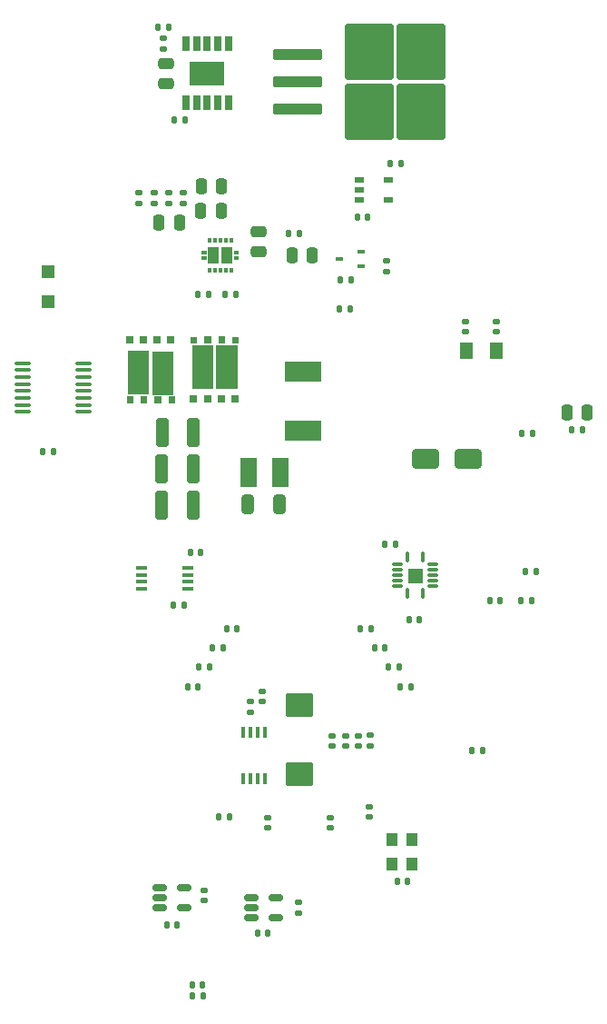
<source format=gbr>
%TF.GenerationSoftware,KiCad,Pcbnew,8.0.8*%
%TF.CreationDate,2025-02-04T21:02:44+01:00*%
%TF.ProjectId,makeraxe-lite,6d616b65-7261-4786-952d-6c6974652e6b,rev?*%
%TF.SameCoordinates,Original*%
%TF.FileFunction,Paste,Top*%
%TF.FilePolarity,Positive*%
%FSLAX46Y46*%
G04 Gerber Fmt 4.6, Leading zero omitted, Abs format (unit mm)*
G04 Created by KiCad (PCBNEW 8.0.8) date 2025-02-04 21:02:44*
%MOMM*%
%LPD*%
G01*
G04 APERTURE LIST*
G04 Aperture macros list*
%AMRoundRect*
0 Rectangle with rounded corners*
0 $1 Rounding radius*
0 $2 $3 $4 $5 $6 $7 $8 $9 X,Y pos of 4 corners*
0 Add a 4 corners polygon primitive as box body*
4,1,4,$2,$3,$4,$5,$6,$7,$8,$9,$2,$3,0*
0 Add four circle primitives for the rounded corners*
1,1,$1+$1,$2,$3*
1,1,$1+$1,$4,$5*
1,1,$1+$1,$6,$7*
1,1,$1+$1,$8,$9*
0 Add four rect primitives between the rounded corners*
20,1,$1+$1,$2,$3,$4,$5,0*
20,1,$1+$1,$4,$5,$6,$7,0*
20,1,$1+$1,$6,$7,$8,$9,0*
20,1,$1+$1,$8,$9,$2,$3,0*%
G04 Aperture macros list end*
%ADD10C,0.010000*%
%ADD11C,0.100000*%
%ADD12C,0.001000*%
%ADD13RoundRect,0.135000X0.185000X-0.135000X0.185000X0.135000X-0.185000X0.135000X-0.185000X-0.135000X0*%
%ADD14R,3.400000X1.850000*%
%ADD15R,0.700000X1.400000*%
%ADD16R,3.200000X2.300000*%
%ADD17RoundRect,0.250000X0.250000X0.475000X-0.250000X0.475000X-0.250000X-0.475000X0.250000X-0.475000X0*%
%ADD18RoundRect,0.140000X0.140000X0.170000X-0.140000X0.170000X-0.140000X-0.170000X0.140000X-0.170000X0*%
%ADD19RoundRect,0.250000X-1.000000X-0.650000X1.000000X-0.650000X1.000000X0.650000X-1.000000X0.650000X0*%
%ADD20RoundRect,0.100000X-0.637500X-0.100000X0.637500X-0.100000X0.637500X0.100000X-0.637500X0.100000X0*%
%ADD21RoundRect,0.140000X-0.170000X0.140000X-0.170000X-0.140000X0.170000X-0.140000X0.170000X0.140000X0*%
%ADD22RoundRect,0.135000X-0.185000X0.135000X-0.185000X-0.135000X0.185000X-0.135000X0.185000X0.135000X0*%
%ADD23RoundRect,0.135000X0.135000X0.185000X-0.135000X0.185000X-0.135000X-0.185000X0.135000X-0.185000X0*%
%ADD24R,0.700000X0.450000*%
%ADD25RoundRect,0.250000X-0.475000X0.250000X-0.475000X-0.250000X0.475000X-0.250000X0.475000X0.250000X0*%
%ADD26RoundRect,0.135000X-0.135000X-0.185000X0.135000X-0.185000X0.135000X0.185000X-0.135000X0.185000X0*%
%ADD27RoundRect,0.250000X-0.250000X-0.475000X0.250000X-0.475000X0.250000X0.475000X-0.250000X0.475000X0*%
%ADD28R,1.168400X1.600200*%
%ADD29RoundRect,0.150000X-0.512500X-0.150000X0.512500X-0.150000X0.512500X0.150000X-0.512500X0.150000X0*%
%ADD30RoundRect,0.140000X0.170000X-0.140000X0.170000X0.140000X-0.170000X0.140000X-0.170000X-0.140000X0*%
%ADD31R,0.400000X1.100000*%
%ADD32RoundRect,0.140000X-0.140000X-0.170000X0.140000X-0.170000X0.140000X0.170000X-0.140000X0.170000X0*%
%ADD33RoundRect,0.007800X-0.122200X0.442200X-0.122200X-0.442200X0.122200X-0.442200X0.122200X0.442200X0*%
%ADD34RoundRect,0.007800X-0.442200X-0.122200X0.442200X-0.122200X0.442200X0.122200X-0.442200X0.122200X0*%
%ADD35R,1.100000X0.400000*%
%ADD36RoundRect,0.250000X-1.025000X0.875000X-1.025000X-0.875000X1.025000X-0.875000X1.025000X0.875000X0*%
%ADD37R,0.700000X0.800000*%
%ADD38R,1.600000X2.700000*%
%ADD39RoundRect,0.250000X-0.325000X-1.100000X0.325000X-1.100000X0.325000X1.100000X-0.325000X1.100000X0*%
%ADD40R,1.200000X1.200000*%
%ADD41R,1.100000X1.300000*%
%ADD42RoundRect,0.250000X-2.050000X-0.300000X2.050000X-0.300000X2.050000X0.300000X-2.050000X0.300000X0*%
%ADD43RoundRect,0.250000X-2.025000X-2.375000X2.025000X-2.375000X2.025000X2.375000X-2.025000X2.375000X0*%
%ADD44RoundRect,0.250000X0.325000X0.650000X-0.325000X0.650000X-0.325000X-0.650000X0.325000X-0.650000X0*%
%ADD45R,0.952500X0.558800*%
G04 APERTURE END LIST*
D10*
%TO.C,U10*%
X117072000Y-99915000D02*
X115772000Y-99915000D01*
X115772000Y-98615000D01*
X117072000Y-98615000D01*
X117072000Y-99915000D01*
G36*
X117072000Y-99915000D02*
G01*
X115772000Y-99915000D01*
X115772000Y-98615000D01*
X117072000Y-98615000D01*
X117072000Y-99915000D01*
G37*
%TO.C,Q3*%
X95991600Y-77610200D02*
X95461600Y-77600200D01*
X95461600Y-77040200D01*
X95991600Y-77040200D01*
X95991600Y-77610200D01*
G36*
X95991600Y-77610200D02*
G01*
X95461600Y-77600200D01*
X95461600Y-77040200D01*
X95991600Y-77040200D01*
X95991600Y-77610200D01*
G37*
X97521600Y-81790200D02*
X95601600Y-81790200D01*
X95601600Y-77810200D01*
X97521600Y-77810200D01*
X97521600Y-81790200D01*
G36*
X97521600Y-81790200D02*
G01*
X95601600Y-81790200D01*
X95601600Y-77810200D01*
X97521600Y-77810200D01*
X97521600Y-81790200D01*
G37*
X97291600Y-77590200D02*
X96761600Y-77580200D01*
X96761600Y-77020200D01*
X97291600Y-77020200D01*
X97291600Y-77590200D01*
G36*
X97291600Y-77590200D02*
G01*
X96761600Y-77580200D01*
X96761600Y-77020200D01*
X97291600Y-77020200D01*
X97291600Y-77590200D01*
G37*
X99801600Y-81800200D02*
X97881600Y-81800200D01*
X97881600Y-77820200D01*
X99801600Y-77820200D01*
X99801600Y-81800200D01*
G36*
X99801600Y-81800200D02*
G01*
X97881600Y-81800200D01*
X97881600Y-77820200D01*
X99801600Y-77820200D01*
X99801600Y-81800200D01*
G37*
X98591600Y-77590200D02*
X98061600Y-77580200D01*
X98061600Y-77020200D01*
X98591600Y-77020200D01*
X98591600Y-77590200D01*
G36*
X98591600Y-77590200D02*
G01*
X98061600Y-77580200D01*
X98061600Y-77020200D01*
X98591600Y-77020200D01*
X98591600Y-77590200D01*
G37*
X99881600Y-77610200D02*
X99351600Y-77600200D01*
X99351600Y-77040200D01*
X99881600Y-77040200D01*
X99881600Y-77610200D01*
G36*
X99881600Y-77610200D02*
G01*
X99351600Y-77600200D01*
X99351600Y-77040200D01*
X99881600Y-77040200D01*
X99881600Y-77610200D01*
G37*
%TO.C,U4*%
D11*
X97326691Y-67872200D02*
X97076691Y-67872200D01*
X97076691Y-68172200D01*
X97326691Y-68172200D01*
X97326691Y-67872200D01*
G36*
X97326691Y-67872200D02*
G01*
X97076691Y-67872200D01*
X97076691Y-68172200D01*
X97326691Y-68172200D01*
X97326691Y-67872200D01*
G37*
X97326691Y-70672200D02*
X97076691Y-70672200D01*
X97076691Y-70972200D01*
X97326691Y-70972200D01*
X97326691Y-70672200D01*
G36*
X97326691Y-70672200D02*
G01*
X97076691Y-70672200D01*
X97076691Y-70972200D01*
X97326691Y-70972200D01*
X97326691Y-70672200D01*
G37*
X97826691Y-67872200D02*
X97576691Y-67872200D01*
X97576691Y-68172200D01*
X97826691Y-68172200D01*
X97826691Y-67872200D01*
G36*
X97826691Y-67872200D02*
G01*
X97576691Y-67872200D01*
X97576691Y-68172200D01*
X97826691Y-68172200D01*
X97826691Y-67872200D01*
G37*
X97826691Y-70672200D02*
X97576691Y-70672200D01*
X97576691Y-70972200D01*
X97826691Y-70972200D01*
X97826691Y-70672200D01*
G36*
X97826691Y-70672200D02*
G01*
X97576691Y-70672200D01*
X97576691Y-70972200D01*
X97826691Y-70972200D01*
X97826691Y-70672200D01*
G37*
X98326691Y-67872200D02*
X98076691Y-67872200D01*
X98076691Y-68172200D01*
X98326691Y-68172200D01*
X98326691Y-67872200D01*
G36*
X98326691Y-67872200D02*
G01*
X98076691Y-67872200D01*
X98076691Y-68172200D01*
X98326691Y-68172200D01*
X98326691Y-67872200D01*
G37*
X98326691Y-70672200D02*
X98076691Y-70672200D01*
X98076691Y-70972200D01*
X98326691Y-70972200D01*
X98326691Y-70672200D01*
G36*
X98326691Y-70672200D02*
G01*
X98076691Y-70672200D01*
X98076691Y-70972200D01*
X98326691Y-70972200D01*
X98326691Y-70672200D01*
G37*
X98826691Y-67872200D02*
X98576691Y-67872200D01*
X98576691Y-68172200D01*
X98826691Y-68172200D01*
X98826691Y-67872200D01*
G36*
X98826691Y-67872200D02*
G01*
X98576691Y-67872200D01*
X98576691Y-68172200D01*
X98826691Y-68172200D01*
X98826691Y-67872200D01*
G37*
X98826691Y-70672200D02*
X98576691Y-70672200D01*
X98576691Y-70972200D01*
X98826691Y-70972200D01*
X98826691Y-70672200D01*
G36*
X98826691Y-70672200D02*
G01*
X98576691Y-70672200D01*
X98576691Y-70972200D01*
X98826691Y-70972200D01*
X98826691Y-70672200D01*
G37*
X99326691Y-67872200D02*
X99076691Y-67872200D01*
X99076691Y-68172200D01*
X99326691Y-68172200D01*
X99326691Y-67872200D01*
G36*
X99326691Y-67872200D02*
G01*
X99076691Y-67872200D01*
X99076691Y-68172200D01*
X99326691Y-68172200D01*
X99326691Y-67872200D01*
G37*
X99326691Y-70672200D02*
X99076691Y-70672200D01*
X99076691Y-70972200D01*
X99326691Y-70972200D01*
X99326691Y-70672200D01*
G36*
X99326691Y-70672200D02*
G01*
X99076691Y-70672200D01*
X99076691Y-70972200D01*
X99326691Y-70972200D01*
X99326691Y-70672200D01*
G37*
D12*
X96871691Y-69297200D02*
X96501691Y-69297200D01*
X96501691Y-69047200D01*
X96871691Y-69047200D01*
X96871691Y-69297200D01*
G36*
X96871691Y-69297200D02*
G01*
X96501691Y-69297200D01*
X96501691Y-69047200D01*
X96871691Y-69047200D01*
X96871691Y-69297200D01*
G37*
X96871691Y-69797200D02*
X96501691Y-69797200D01*
X96501691Y-69547200D01*
X96871691Y-69547200D01*
X96871691Y-69797200D01*
G36*
X96871691Y-69797200D02*
G01*
X96501691Y-69797200D01*
X96501691Y-69547200D01*
X96871691Y-69547200D01*
X96871691Y-69797200D01*
G37*
X98016691Y-70132200D02*
X97081691Y-70132200D01*
X97081691Y-68682200D01*
X98016691Y-68682200D01*
X98016691Y-70132200D01*
G36*
X98016691Y-70132200D02*
G01*
X97081691Y-70132200D01*
X97081691Y-68682200D01*
X98016691Y-68682200D01*
X98016691Y-70132200D01*
G37*
X99311691Y-70132200D02*
X98376691Y-70132200D01*
X98376691Y-68682200D01*
X99311691Y-68682200D01*
X99311691Y-70132200D01*
G36*
X99311691Y-70132200D02*
G01*
X98376691Y-70132200D01*
X98376691Y-68682200D01*
X99311691Y-68682200D01*
X99311691Y-70132200D01*
G37*
X99901691Y-69297200D02*
X99531691Y-69297200D01*
X99531691Y-69047200D01*
X99901691Y-69047200D01*
X99901691Y-69297200D01*
G36*
X99901691Y-69297200D02*
G01*
X99531691Y-69297200D01*
X99531691Y-69047200D01*
X99901691Y-69047200D01*
X99901691Y-69297200D01*
G37*
X99901691Y-69797200D02*
X99531691Y-69797200D01*
X99531691Y-69547200D01*
X99901691Y-69547200D01*
X99901691Y-69797200D01*
G36*
X99901691Y-69797200D02*
G01*
X99531691Y-69797200D01*
X99531691Y-69547200D01*
X99901691Y-69547200D01*
X99901691Y-69797200D01*
G37*
D10*
%TO.C,Q2*%
X90049887Y-82576364D02*
X90049887Y-83136364D01*
X89519887Y-83136364D01*
X89519887Y-82566364D01*
X90049887Y-82576364D01*
G36*
X90049887Y-82576364D02*
G01*
X90049887Y-83136364D01*
X89519887Y-83136364D01*
X89519887Y-82566364D01*
X90049887Y-82576364D01*
G37*
X91339887Y-82596364D02*
X91339887Y-83156364D01*
X90809887Y-83156364D01*
X90809887Y-82586364D01*
X91339887Y-82596364D01*
G36*
X91339887Y-82596364D02*
G01*
X91339887Y-83156364D01*
X90809887Y-83156364D01*
X90809887Y-82586364D01*
X91339887Y-82596364D01*
G37*
X91519887Y-82356364D02*
X89599887Y-82356364D01*
X89599887Y-78376364D01*
X91519887Y-78376364D01*
X91519887Y-82356364D01*
G36*
X91519887Y-82356364D02*
G01*
X89599887Y-82356364D01*
X89599887Y-78376364D01*
X91519887Y-78376364D01*
X91519887Y-82356364D01*
G37*
X92639887Y-82596364D02*
X92639887Y-83156364D01*
X92109887Y-83156364D01*
X92109887Y-82586364D01*
X92639887Y-82596364D01*
G36*
X92639887Y-82596364D02*
G01*
X92639887Y-83156364D01*
X92109887Y-83156364D01*
X92109887Y-82586364D01*
X92639887Y-82596364D01*
G37*
X93799887Y-82366364D02*
X91879887Y-82366364D01*
X91879887Y-78386364D01*
X93799887Y-78386364D01*
X93799887Y-82366364D01*
G36*
X93799887Y-82366364D02*
G01*
X91879887Y-82366364D01*
X91879887Y-78386364D01*
X93799887Y-78386364D01*
X93799887Y-82366364D01*
G37*
X93939887Y-82576364D02*
X93939887Y-83136364D01*
X93409887Y-83136364D01*
X93409887Y-82566364D01*
X93939887Y-82576364D01*
G36*
X93939887Y-82576364D02*
G01*
X93939887Y-83136364D01*
X93409887Y-83136364D01*
X93409887Y-82566364D01*
X93939887Y-82576364D01*
G37*
%TD*%
D13*
%TO.C,R10*%
X92900000Y-50210000D03*
X92900000Y-49190000D03*
%TD*%
D14*
%TO.C,L1*%
X105950000Y-80265000D03*
X105950000Y-85815000D03*
%TD*%
D15*
%TO.C,IC1*%
X95030000Y-55240000D03*
X96030000Y-55240000D03*
X97030000Y-55240000D03*
X98030000Y-55240000D03*
X99030000Y-55240000D03*
X99030000Y-49740000D03*
X98030000Y-49740000D03*
X97030000Y-49740000D03*
X96030000Y-49740000D03*
X95030000Y-49740000D03*
D16*
X97030000Y-52490000D03*
%TD*%
D17*
%TO.C,C13*%
X106814000Y-69487000D03*
X104914000Y-69487000D03*
%TD*%
D18*
%TO.C,C43*%
X116836000Y-103365000D03*
X115876000Y-103365000D03*
%TD*%
D19*
%TO.C,D1*%
X117380000Y-88392000D03*
X121380000Y-88392000D03*
%TD*%
D20*
%TO.C,U2*%
X79777500Y-79495000D03*
X79777500Y-80145000D03*
X79777500Y-80795000D03*
X79777500Y-81445000D03*
X79777500Y-82095000D03*
X79777500Y-82745000D03*
X79777500Y-83395000D03*
X79777500Y-84045000D03*
X85502500Y-84045000D03*
X85502500Y-83395000D03*
X85502500Y-82745000D03*
X85502500Y-82095000D03*
X85502500Y-81445000D03*
X85502500Y-80795000D03*
X85502500Y-80145000D03*
X85502500Y-79495000D03*
%TD*%
D21*
%TO.C,C31*%
X112268000Y-114175600D03*
X112268000Y-115135600D03*
%TD*%
D22*
%TO.C,R5*%
X90649600Y-63569000D03*
X90649600Y-64589000D03*
%TD*%
D23*
%TO.C,R16*%
X122717000Y-115554000D03*
X121697000Y-115554000D03*
%TD*%
D18*
%TO.C,C25*%
X115730000Y-127810000D03*
X114770000Y-127810000D03*
%TD*%
D24*
%TO.C,Q1*%
X111370000Y-70430000D03*
X111370000Y-69130000D03*
X109370000Y-69780000D03*
%TD*%
D17*
%TO.C,C9*%
X98355400Y-63005800D03*
X96455400Y-63005800D03*
%TD*%
D22*
%TO.C,R12*%
X113770000Y-69930000D03*
X113770000Y-70950000D03*
%TD*%
D18*
%TO.C,C27*%
X114920000Y-107790000D03*
X113960000Y-107790000D03*
%TD*%
D23*
%TO.C,R15*%
X127764000Y-98910000D03*
X126744000Y-98910000D03*
%TD*%
D25*
%TO.C,C5*%
X101783000Y-67211600D03*
X101783000Y-69111600D03*
%TD*%
D26*
%TO.C,R1*%
X93940000Y-56850000D03*
X94960000Y-56850000D03*
%TD*%
D21*
%TO.C,C47*%
X105540000Y-129760000D03*
X105540000Y-130720000D03*
%TD*%
D27*
%TO.C,C14*%
X92522000Y-66420000D03*
X94422000Y-66420000D03*
%TD*%
D28*
%TO.C,Y1*%
X124017400Y-78349000D03*
X121172600Y-78349000D03*
%TD*%
D29*
%TO.C,U11*%
X92615500Y-128358000D03*
X92615500Y-129308000D03*
X92615500Y-130258000D03*
X94890500Y-130258000D03*
X94890500Y-128358000D03*
%TD*%
D27*
%TO.C,C21*%
X130580000Y-84090000D03*
X132480000Y-84090000D03*
%TD*%
D29*
%TO.C,U12*%
X101182500Y-129290000D03*
X101182500Y-130240000D03*
X101182500Y-131190000D03*
X103457500Y-131190000D03*
X103457500Y-129290000D03*
%TD*%
D30*
%TO.C,C28*%
X108485000Y-122798000D03*
X108485000Y-121838000D03*
%TD*%
D31*
%TO.C,U13*%
X102371800Y-113877200D03*
X101721800Y-113877200D03*
X101071800Y-113877200D03*
X100421800Y-113877200D03*
X100421800Y-118177200D03*
X101071800Y-118177200D03*
X101721800Y-118177200D03*
X102371800Y-118177200D03*
%TD*%
D18*
%TO.C,C37*%
X99780000Y-104240000D03*
X98820000Y-104240000D03*
%TD*%
D32*
%TO.C,C23*%
X131050000Y-85700000D03*
X132010000Y-85700000D03*
%TD*%
D23*
%TO.C,R11*%
X127347000Y-101658000D03*
X126327000Y-101658000D03*
%TD*%
D25*
%TO.C,C7*%
X93180000Y-51540000D03*
X93180000Y-53440000D03*
%TD*%
D30*
%TO.C,C22*%
X124043000Y-76576000D03*
X124043000Y-75616000D03*
%TD*%
D33*
%TO.C,U10*%
X115672000Y-97580000D03*
D34*
X114737000Y-98265000D03*
X114737000Y-98765000D03*
X114737000Y-99265000D03*
X114737000Y-99765000D03*
X114737000Y-100265000D03*
D33*
X115672000Y-100950000D03*
X117172000Y-100950000D03*
D34*
X118107000Y-100265000D03*
X118107000Y-99765000D03*
X118107000Y-99265000D03*
X118107000Y-98765000D03*
X118107000Y-98265000D03*
D33*
X117172000Y-97580000D03*
%TD*%
D22*
%TO.C,R2*%
X94828800Y-63573600D03*
X94828800Y-64593600D03*
%TD*%
D13*
%TO.C,R7*%
X93465000Y-64589000D03*
X93465000Y-63569000D03*
%TD*%
D18*
%TO.C,C39*%
X98490000Y-106040000D03*
X97530000Y-106040000D03*
%TD*%
D23*
%TO.C,R9*%
X94840000Y-102040000D03*
X93820000Y-102040000D03*
%TD*%
D30*
%TO.C,C40*%
X102646000Y-122798000D03*
X102646000Y-121838000D03*
%TD*%
D18*
%TO.C,C20*%
X115080000Y-60930000D03*
X114120000Y-60930000D03*
%TD*%
%TO.C,C42*%
X96139000Y-109681000D03*
X95179000Y-109681000D03*
%TD*%
D17*
%TO.C,C8*%
X98333000Y-65268000D03*
X96433000Y-65268000D03*
%TD*%
D35*
%TO.C,U5*%
X90890000Y-98565000D03*
X90890000Y-99215000D03*
X90890000Y-99865000D03*
X90890000Y-100515000D03*
X95190000Y-100515000D03*
X95190000Y-99865000D03*
X95190000Y-99215000D03*
X95190000Y-98565000D03*
%TD*%
D32*
%TO.C,C6*%
X104650000Y-67450000D03*
X105610000Y-67450000D03*
%TD*%
D30*
%TO.C,C24*%
X121159000Y-76585000D03*
X121159000Y-75625000D03*
%TD*%
D18*
%TO.C,C1*%
X82650000Y-87720000D03*
X81690000Y-87720000D03*
%TD*%
D21*
%TO.C,C34*%
X108712000Y-114201000D03*
X108712000Y-115161000D03*
%TD*%
%TO.C,C35*%
X111150400Y-114226400D03*
X111150400Y-115186400D03*
%TD*%
D22*
%TO.C,R6*%
X92057300Y-63569000D03*
X92057300Y-64589000D03*
%TD*%
D18*
%TO.C,C38*%
X99092000Y-121788000D03*
X98132000Y-121788000D03*
%TD*%
D36*
%TO.C,C36*%
X105600000Y-111360000D03*
X105600000Y-117760000D03*
%TD*%
D37*
%TO.C,Q3*%
X95751600Y-82862700D03*
X97049900Y-82862700D03*
X98313300Y-82862700D03*
X99611600Y-82862700D03*
%TD*%
D30*
%TO.C,C51*%
X102133400Y-111046200D03*
X102133400Y-110086200D03*
%TD*%
D26*
%TO.C,R17*%
X95640000Y-138480000D03*
X96660000Y-138480000D03*
%TD*%
D32*
%TO.C,C15*%
X95450000Y-97140000D03*
X96410000Y-97140000D03*
%TD*%
%TO.C,C44*%
X93253000Y-131818000D03*
X94213000Y-131818000D03*
%TD*%
D18*
%TO.C,C19*%
X124370000Y-101660000D03*
X123410000Y-101660000D03*
%TD*%
%TO.C,C29*%
X113620000Y-106030000D03*
X112660000Y-106030000D03*
%TD*%
D38*
%TO.C,C16*%
X103851600Y-89640200D03*
X100851600Y-89640200D03*
%TD*%
D37*
%TO.C,Q2*%
X93649887Y-77313864D03*
X92351587Y-77313864D03*
X91088187Y-77313864D03*
X89789887Y-77313864D03*
%TD*%
D32*
%TO.C,C12*%
X96189800Y-73128000D03*
X97149800Y-73128000D03*
%TD*%
D39*
%TO.C,C2*%
X92806600Y-85970200D03*
X95756600Y-85970200D03*
%TD*%
D40*
%TO.C,D3*%
X82200000Y-73800000D03*
X82200000Y-71000000D03*
%TD*%
D41*
%TO.C,U8*%
X116140000Y-126170000D03*
X116140000Y-123870000D03*
X114240000Y-123870000D03*
X114240000Y-126170000D03*
%TD*%
D26*
%TO.C,R4*%
X98650200Y-73123400D03*
X99670200Y-73123400D03*
%TD*%
D23*
%TO.C,R8*%
X110465000Y-71760000D03*
X109445000Y-71760000D03*
%TD*%
D18*
%TO.C,C26*%
X116020000Y-109624000D03*
X115060000Y-109624000D03*
%TD*%
D26*
%TO.C,R13*%
X109340000Y-74410000D03*
X110360000Y-74410000D03*
%TD*%
D32*
%TO.C,C45*%
X101730000Y-132610000D03*
X102690000Y-132610000D03*
%TD*%
D42*
%TO.C,U3*%
X105425000Y-50735000D03*
X105425000Y-53275000D03*
D43*
X112150000Y-50500000D03*
X112150000Y-56050000D03*
X117000000Y-50500000D03*
X117000000Y-56050000D03*
D42*
X105425000Y-55815000D03*
%TD*%
D30*
%TO.C,C30*%
X112160000Y-121800000D03*
X112160000Y-120840000D03*
%TD*%
D13*
%TO.C,R18*%
X101092000Y-112066800D03*
X101092000Y-111046800D03*
%TD*%
D18*
%TO.C,C41*%
X97210000Y-107780000D03*
X96250000Y-107780000D03*
%TD*%
%TO.C,C32*%
X112290000Y-104240000D03*
X111330000Y-104240000D03*
%TD*%
D32*
%TO.C,C50*%
X95640000Y-137410000D03*
X96600000Y-137410000D03*
%TD*%
D23*
%TO.C,R14*%
X127382000Y-86047000D03*
X126362000Y-86047000D03*
%TD*%
D32*
%TO.C,C18*%
X111051000Y-65931000D03*
X112011000Y-65931000D03*
%TD*%
D18*
%TO.C,C48*%
X114582000Y-96355000D03*
X113622000Y-96355000D03*
%TD*%
D44*
%TO.C,C17*%
X103786600Y-92610200D03*
X100836600Y-92610200D03*
%TD*%
D26*
%TO.C,R3*%
X92390000Y-48200000D03*
X93410000Y-48200000D03*
%TD*%
D21*
%TO.C,C46*%
X96763000Y-128638000D03*
X96763000Y-129598000D03*
%TD*%
D39*
%TO.C,C3*%
X92766600Y-89380200D03*
X95716600Y-89380200D03*
%TD*%
D21*
%TO.C,C33*%
X109982000Y-114230000D03*
X109982000Y-115190000D03*
%TD*%
D45*
%TO.C,U6*%
X111185050Y-62440200D03*
X111185050Y-63380000D03*
X111185050Y-64319800D03*
X113940950Y-64319800D03*
X113940950Y-62440200D03*
%TD*%
D39*
%TO.C,C4*%
X92766600Y-92740200D03*
X95716600Y-92740200D03*
%TD*%
M02*

</source>
